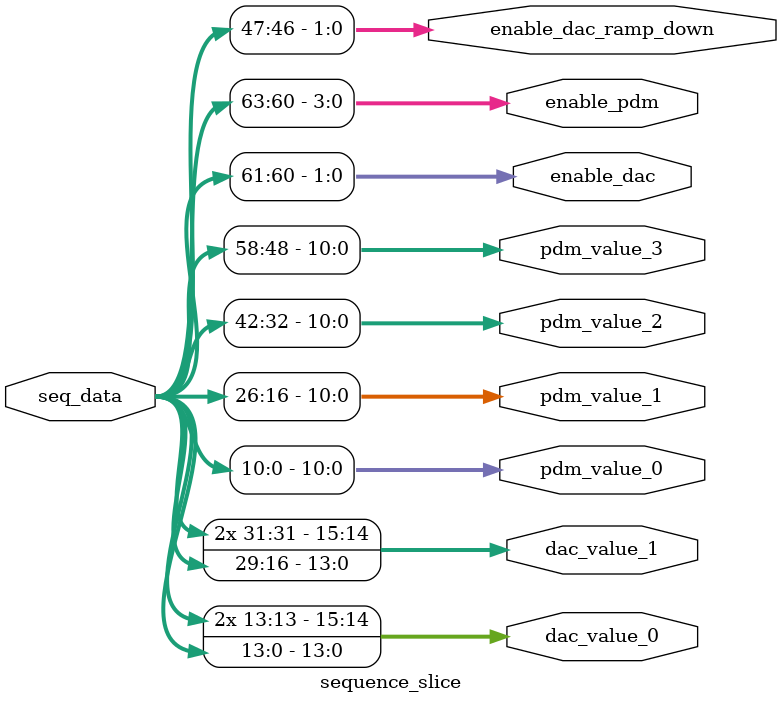
<source format=v>
`timescale 1ns / 1ps

module sequence_slice(
    input[63:0] seq_data,
    output signed [15:0] dac_value_0,
    output signed [15:0] dac_value_1,
    output [10:0] pdm_value_0,
    output [10:0] pdm_value_1,
    output [10:0] pdm_value_2,
    output [10:0] pdm_value_3,
    output [1:0] enable_dac,
    output [3:0] enable_pdm,
    output [1:0] enable_dac_ramp_down
    );

// Values
assign pdm_value_0[10:0] = seq_data[10:0];
assign pdm_value_1[10:0] = seq_data[26:16];
assign pdm_value_2[10:0] = seq_data[42:32];
assign pdm_value_3[10:0] = seq_data[58:48];

assign dac_value_0[15:0] = {{2{seq_data[13]}}, seq_data[13:0]};
assign dac_value_1[15:0] = {{2{seq_data[31]}}, seq_data[29:16]};

// Flags
assign enable_dac[1:0] = seq_data[61:60];
assign enable_pdm[3:0] = seq_data[63:60];
assign enable_dac_ramp_down[0] = seq_data[46];
assign enable_dac_ramp_down[1] = seq_data[47];

endmodule

</source>
